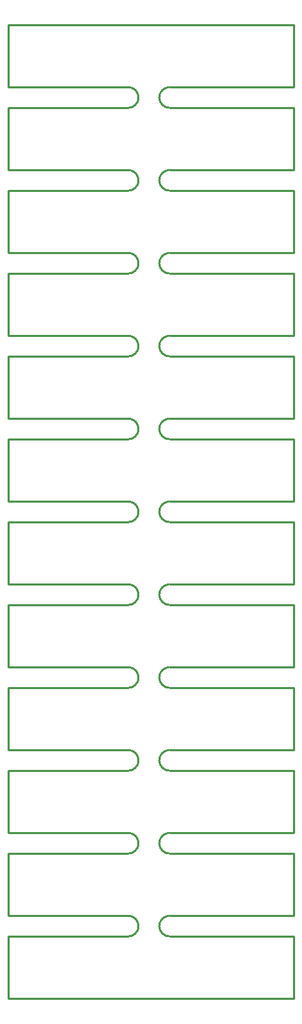
<source format=gbr>
G04 start of page 4 for group 2 idx 2 *
G04 Title: (unknown), outline *
G04 Creator: pcb 20140316 *
G04 CreationDate: Tue 26 Feb 2019 03:12:25 PM GMT UTC *
G04 For: railfan *
G04 Format: Gerber/RS-274X *
G04 PCB-Dimensions (mil): 1580.00 4900.00 *
G04 PCB-Coordinate-Origin: lower left *
%MOIN*%
%FSLAX25Y25*%
%LNOUTLINE*%
%ADD32C,0.0100*%
G54D32*X10000Y480000D02*X148000D01*
X10000Y450000D02*Y480000D01*
Y450000D02*X68000D01*
X10000Y410000D02*Y440000D01*
Y410000D02*X68000D01*
X10000Y440000D02*X68000D01*
X10000Y400000D02*X68000D01*
X148000Y480000D02*Y450000D01*
X88000D01*
X148000Y440000D02*Y410000D01*
X88000D01*
X148000Y440000D02*X88000D01*
X148000Y400000D02*Y370000D01*
X88000D01*
X10000D02*Y400000D01*
Y290000D02*Y320000D01*
Y370000D02*X68000D01*
X10000Y330000D02*Y360000D01*
Y330000D02*X68000D01*
X10000Y360000D02*X68000D01*
X10000Y290000D02*X68000D01*
X10000Y320000D02*X68000D01*
X10000Y250000D02*Y280000D01*
Y250000D02*X68000D01*
X10000Y280000D02*X68000D01*
X10000Y240000D02*X68000D01*
X148000Y400000D02*X88000D01*
X148000Y360000D02*X88000D01*
X148000D02*Y330000D01*
X88000D01*
X148000Y320000D02*Y290000D01*
Y320000D02*X88000D01*
X148000Y290000D02*X88000D01*
X148000Y280000D02*Y250000D01*
X88000D01*
X148000Y280000D02*X88000D01*
X10000Y210000D02*Y240000D01*
Y170000D02*Y200000D01*
Y130000D02*Y160000D01*
Y90000D02*Y120000D01*
Y210000D02*X68000D01*
X10000Y170000D02*X68000D01*
X10000Y200000D02*X68000D01*
X10000Y130000D02*X68000D01*
X10000Y160000D02*X68000D01*
X10000Y90000D02*X68000D01*
X10000Y120000D02*X68000D01*
X10000Y50000D02*Y80000D01*
Y10000D02*Y40000D01*
Y50000D02*X68000D01*
X10000Y40000D02*X68000D01*
X10000Y80000D02*X68000D01*
X148000Y240000D02*Y210000D01*
Y200000D02*Y170000D01*
Y160000D02*Y130000D01*
Y120000D02*Y90000D01*
Y210000D02*X88000D01*
X148000Y170000D02*X88000D01*
X148000Y200000D02*X88000D01*
X148000Y240000D02*X88000D01*
X148000Y130000D02*X88000D01*
X148000Y160000D02*X88000D01*
X148000Y90000D02*X88000D01*
X148000Y120000D02*X88000D01*
X148000Y80000D02*X88000D01*
X148000D02*Y50000D01*
Y40000D02*Y10000D01*
Y50000D02*X88000D01*
X148000Y40000D02*X88000D01*
X10000Y10000D02*X148000D01*
X83000Y365000D02*G75*G03X88000Y360000I5000J0D01*G01*
X83000Y325000D02*G75*G03X88000Y320000I5000J0D01*G01*
X83000Y325000D02*G75*G02X88000Y330000I5000J0D01*G01*
X73000Y365000D02*G75*G02X68000Y360000I-5000J0D01*G01*
X73000Y325000D02*G75*G02X68000Y320000I-5000J0D01*G01*
X73000Y325000D02*G75*G03X68000Y330000I-5000J0D01*G01*
X73000Y285000D02*G75*G02X68000Y280000I-5000J0D01*G01*
X73000Y285000D02*G75*G03X68000Y290000I-5000J0D01*G01*
X83000Y285000D02*G75*G03X88000Y280000I5000J0D01*G01*
X83000Y285000D02*G75*G02X88000Y290000I5000J0D01*G01*
X83000Y245000D02*G75*G03X88000Y240000I5000J0D01*G01*
X83000Y245000D02*G75*G02X88000Y250000I5000J0D01*G01*
X83000Y405000D02*G75*G03X88000Y400000I5000J0D01*G01*
X83000Y405000D02*G75*G02X88000Y410000I5000J0D01*G01*
X73000Y405000D02*G75*G02X68000Y400000I-5000J0D01*G01*
X73000Y405000D02*G75*G03X68000Y410000I-5000J0D01*G01*
X83000Y445000D02*G75*G03X88000Y440000I5000J0D01*G01*
X83000Y445000D02*G75*G02X88000Y450000I5000J0D01*G01*
X73000Y445000D02*G75*G02X68000Y440000I-5000J0D01*G01*
X73000Y445000D02*G75*G03X68000Y450000I-5000J0D01*G01*
X83000Y365000D02*G75*G02X88000Y370000I5000J0D01*G01*
X73000Y365000D02*G75*G03X68000Y370000I-5000J0D01*G01*
X73000Y245000D02*G75*G02X68000Y240000I-5000J0D01*G01*
X73000Y165000D02*G75*G02X68000Y160000I-5000J0D01*G01*
X73000Y165000D02*G75*G03X68000Y170000I-5000J0D01*G01*
X73000Y245000D02*G75*G03X68000Y250000I-5000J0D01*G01*
X83000Y205000D02*G75*G03X88000Y200000I5000J0D01*G01*
X83000Y205000D02*G75*G02X88000Y210000I5000J0D01*G01*
X73000Y205000D02*G75*G02X68000Y200000I-5000J0D01*G01*
X73000Y205000D02*G75*G03X68000Y210000I-5000J0D01*G01*
X83000Y165000D02*G75*G03X88000Y160000I5000J0D01*G01*
X83000Y165000D02*G75*G02X88000Y170000I5000J0D01*G01*
X83000Y125000D02*G75*G03X88000Y120000I5000J0D01*G01*
X83000Y125000D02*G75*G02X88000Y130000I5000J0D01*G01*
X73000Y125000D02*G75*G02X68000Y120000I-5000J0D01*G01*
X73000Y85000D02*G75*G02X68000Y80000I-5000J0D01*G01*
X73000Y85000D02*G75*G03X68000Y90000I-5000J0D01*G01*
X73000Y125000D02*G75*G03X68000Y130000I-5000J0D01*G01*
X83000Y85000D02*G75*G03X88000Y80000I5000J0D01*G01*
X83000Y85000D02*G75*G02X88000Y90000I5000J0D01*G01*
X83000Y45000D02*G75*G03X88000Y40000I5000J0D01*G01*
X83000Y45000D02*G75*G02X88000Y50000I5000J0D01*G01*
X73000Y45000D02*G75*G02X68000Y40000I-5000J0D01*G01*
X73000Y45000D02*G75*G03X68000Y50000I-5000J0D01*G01*
M02*

</source>
